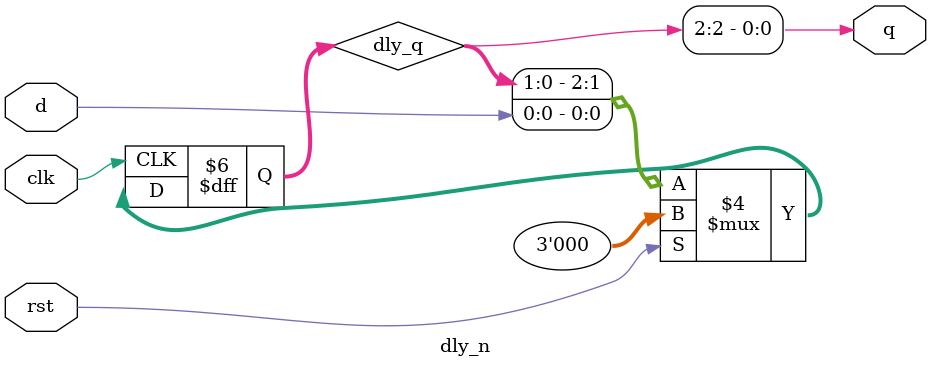
<source format=v>
module  dly_n(clk,rst,d,q);
input     clk;
input     rst;
input     d;
output    q;

parameter n=3;
reg [n-1:0] dly_q;
assign  q=dly_q[n-1];

always  @(posedge clk)
begin
  if(rst==1'b1)
    dly_q <=  0;
  else
    dly_q <=  {dly_q[n-2:0],d};
end

endmodule

</source>
